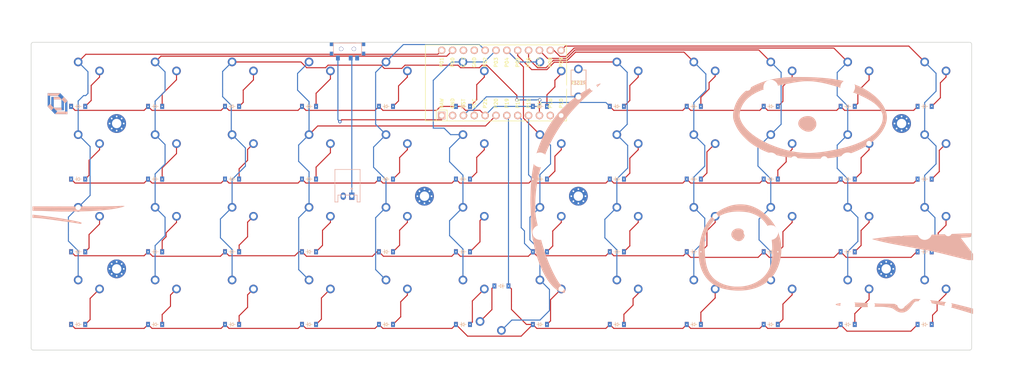
<source format=kicad_pcb>
(kicad_pcb (version 20210722) (generator pcbnew)
  (title_block (title "KEYBOARD_NAME_HERE") (rev "VERSION_HERE") (company "YOUR_NAME_HERE"))
  (layers (0 "F.Cu" signal) (31 "B.Cu" signal) (34 "B.Paste" user) (35 "F.Paste" user) (36 "B.SilkS" user "B.Silkscreen") (37 "F.SilkS" user "F.Silkscreen") (38 "B.Mask" user) (39 "F.Mask" user) (44 "Edge.Cuts" user))
  (net 0 "")
  (net 1 "one_modrow")
  (net 2 "P1")
  (net 3 "P19")
  (net 4 "one_bottom")
  (net 5 "P18")
  (net 6 "one_home")
  (net 7 "P15")
  (net 8 "one_top")
  (net 9 "P21")
  (net 10 "two_modrow")
  (net 11 "P0")
  (net 12 "two_bottom")
  (net 13 "two_home")
  (net 14 "two_top")
  (net 15 "three_modrow")
  (net 16 "P14")
  (net 17 "three_bottom")
  (net 18 "three_home")
  (net 19 "three_top")
  (net 20 "four_modrow")
  (net 21 "P20")
  (net 22 "four_bottom")
  (net 23 "four_home")
  (net 24 "four_top")
  (net 25 "five_modrow")
  (net 26 "P2")
  (net 27 "five_bottom")
  (net 28 "five_home")
  (net 29 "five_top")
  (net 30 "six_modrow")
  (net 31 "P3")
  (net 32 "six_bottom")
  (net 33 "six_home")
  (net 34 "six_top")
  (net 35 "seven_2uspacebar")
  (net 36 "P4")
  (net 37 "seven_modrow")
  (net 38 "seven_bottom")
  (net 39 "seven_home")
  (net 40 "seven_top")
  (net 41 "eight_modrow")
  (net 42 "P5")
  (net 43 "eight_bottom")
  (net 44 "eight_home")
  (net 45 "eight_top")
  (net 46 "nine_modrow")
  (net 47 "P6")
  (net 48 "nine_bottom")
  (net 49 "nine_home")
  (net 50 "nine_top")
  (net 51 "ten_modrow")
  (net 52 "P7")
  (net 53 "ten_bottom")
  (net 54 "ten_home")
  (net 55 "ten_top")
  (net 56 "eleven_modrow")
  (net 57 "P8")
  (net 58 "eleven_bottom")
  (net 59 "eleven_home")
  (net 60 "eleven_top")
  (net 61 "twelve_modrow")
  (net 62 "P9")
  (net 63 "twelve_bottom")
  (net 64 "twelve_home")
  (net 65 "twelve_top")
  (net 66 "RAW")
  (net 67 "GND")
  (net 68 "RST")
  (net 69 "VCC")
  (net 70 "P16")
  (net 71 "P10")
  (net 72 "BAT")
  (footprint "E73:SPDT_C128955" (layer "F.Cu") (at 63 -76.95)
    (fp_text reference "T1" hide)
    (fp_text value "" hide)
  )
  (footprint "PG1350" (layer "F.Cu") (at 162 -51)
    (fp_text reference "S40" hide)
    (fp_text value "" hide)
  )
  (footprint "PG1350" (layer "F.Cu") (at 72 -68)
    (fp_text reference "S20" hide)
    (fp_text value "" hide)
  )
  (footprint "ComboDiode" (layer "F.Cu") (at 108 -46.5)
    (fp_text reference "D28" hide)
    (fp_text value "" hide)
  )
  (footprint "ComboDiode" (layer "F.Cu") (at 144 -46.5)
    (fp_text reference "D36" hide)
    (fp_text value "" hide)
  )
  (footprint "ComboDiode" (layer "F.Cu") (at 72 -29.5)
    (fp_text reference "D18" hide)
    (fp_text value "" hide)
  )
  (footprint "PG1350" (layer "F.Cu") (at 126 -68)
    (fp_text reference "S33" hide)
    (fp_text value "" hide)
  )
  (footprint "ComboDiode" (layer "F.Cu") (at 180 -29.5)
    (fp_text reference "D43" hide)
    (fp_text value "" hide)
  )
  (footprint "PG1350" (layer "F.Cu") (at 0 -68)
    (fp_text reference "S4" hide)
    (fp_text value "" hide)
  )
  (footprint "ComboDiode" (layer "F.Cu") (at 54 -12.5)
    (fp_text reference "D13" hide)
    (fp_text value "" hide)
  )
  (footprint "ComboDiode" (layer "F.Cu") (at 90 -46.5)
    (fp_text reference "D23" hide)
    (fp_text value "" hide)
  )
  (footprint "PG1350" (layer "F.Cu") (at 72 -17)
    (fp_text reference "S17" hide)
    (fp_text value "" hide)
  )
  (footprint "PG1350" (layer "F.Cu") (at 126 -17)
    (fp_text reference "S30" hide)
    (fp_text value "" hide)
  )
  (footprint "ComboDiode" (layer "F.Cu") (at 36 -29.5)
    (fp_text reference "D10" hide)
    (fp_text value "" hide)
  )
  (footprint "MountingHole_2.2mm_M2_Pad_Via" (layer "F.Cu") (at 189 -25.5)
    (fp_text reference "HOLE2" hide)
    (fp_text value "")
  )
  (footprint "PG1350" (layer "F.Cu") (at 18 -17)
    (fp_text reference "S5" hide)
    (fp_text value "" hide)
  )
  (footprint "PG1350" (layer "F.Cu") (at 198 -17)
    (fp_text reference "S46" hide)
    (fp_text value "" hide)
  )
  (footprint "PG1350" (layer "F.Cu") (at 36 -51)
    (fp_text reference "S11" hide)
    (fp_text value "" hide)
  )
  (footprint "ComboDiode" (layer "F.Cu") (at 54 -46.5)
    (fp_text reference "D15" hide)
    (fp_text value "" hide)
  )
  (footprint "PG1350" (layer "F.Cu") (at 72 -51)
    (fp_text reference "S19" hide)
    (fp_text value "" hide)
  )
  (footprint "PG1350" (layer "F.Cu") (at 198 -68)
    (fp_text reference "S49" hide)
    (fp_text value "" hide)
  )
  (footprint "ComboDiode" (layer "F.Cu") (at 108 -63.5)
    (fp_text reference "D29" hide)
    (fp_text value "" hide)
  )
  (footprint "PG1350" (layer "F.Cu") (at 90 -51)
    (fp_text reference "S23" hide)
    (fp_text value "" hide)
  )
  (footprint "ComboDiode" (layer "F.Cu") (at 99 -21.5 180)
    (fp_text reference "D25" hide)
    (fp_text value "" hide)
  )
  (footprint "PG1350" (layer "F.Cu") (at 144 -34)
    (fp_text reference "S35" hide)
    (fp_text value "" hide)
  )
  (footprint "ComboDiode" (layer "F.Cu") (at 0 -46.5)
    (fp_text reference "D3" hide)
    (fp_text value "" hide)
  )
  (footprint "ComboDiode" (layer "F.Cu") (at 72 -63.5)
    (fp_text reference "D20" hide)
    (fp_text value "" hide)
  )
  (footprint "PG1350" (layer "F.Cu") (at 36 -17)
    (fp_text reference "S9" hide)
    (fp_text value "" hide)
  )
  (footprint "PG1350" (layer "F.Cu") (at 144 -51)
    (fp_text reference "S36" hide)
    (fp_text value "" hide)
  )
  (footprint "PG1350" (layer "F.Cu") (at 180 -51)
    (fp_text reference "S44" hide)
    (fp_text value "" hide)
  )
  (footprint "PG1350" (layer "F.Cu") (at 54 -17)
    (fp_text reference "S13" hide)
    (fp_text value "" hide)
  )
  (footprint "PG1350" (layer "F.Cu") (at 72 -34)
    (fp_text reference "S18" hide)
    (fp_text value "" hide)
  )
  (footprint "PG1350" (layer "F.Cu") (at 180 -68)
    (fp_text reference "S45" hide)
    (fp_text value "" hide)
  )
  (footprint "PG1350" (layer "F.Cu") (at 90 -34)
    (fp_text reference "S22" hide)
    (fp_text value "" hide)
  )
  (footprint "ComboDiode" (layer "F.Cu") (at 126 -46.5)
    (fp_text reference "D32" hide)
    (fp_text value "" hide)
  )
  (footprint "ComboDiode" (layer "F.Cu") (at 54 -63.5)
    (fp_text reference "D16" hide)
    (fp_text value "" hide)
  )
  (footprint "ComboDiode" (layer "F.Cu") (at 54 -29.5)
    (fp_text reference "D14" hide)
    (fp_text value "" hide)
  )
  (footprint "ComboDiode" (layer "F.Cu") (at 162 -12.5)
    (fp_text reference "D38" hide)
    (fp_text value "" hide)
  )
  (footprint "PG1350" (layer "F.Cu") (at 162 -34)
    (fp_text reference "S39" hide)
    (fp_text value "" hide)
  )
  (footprint "ComboDiode" (layer "F.Cu") (at 198 -63.5)
    (fp_text reference "D49" hide)
    (fp_text value "" hide)
  )
  (footprint "PG1350" (layer "F.Cu") (at 90 -68)
    (fp_text reference "S24" hide)
    (fp_text value "" hide)
  )
  (footprint "LOGO" (layer "F.Cu") (at 99.314 -46.50534)
    (fp_text reference "G***" hide)
    (fp_text value "LOGO" hide)
  )
  (footprint "ComboDiode" (layer "F.Cu") (at 18 -63.5)
    (fp_text reference "D8" hide)
    (fp_text value "" hide)
  )
  (footprint "ComboDiode" (layer "F.Cu") (at 36 -12.5)
    (fp_text reference "D9" hide)
    (fp_text value "" hide)
  )
  (footprint "PG1350" (layer "F.Cu") (at 36 -68)
    (fp_text reference "S12" hide)
    (fp_text value "" hide)
  )
  (footprint "PG1350" (layer "F.Cu") (at 18 -51)
    (fp_text reference "S7" hide)
    (fp_text value "" hide)
  )
  (footprint "PG1350" (layer "F.Cu") (at 0 -51)
    (fp_text reference "S3" hide)
    (fp_text value "" hide)
  )
  (footprint "PG1350" (layer "F.Cu") (at 18 -68)
    (fp_text reference "S8" hide)
    (fp_text value "" hide)
  )
  (footprint "ComboDiode" (layer "F.Cu") (at 198 -12.5)
    (fp_text reference "D46" hide)
    (fp_text value "" hide)
  )
  (footprint "ComboDiode" (layer "F.Cu") (at 36 -63.5)
    (fp_text reference "D12" hide)
    (fp_text value "" hide)
  )
  (footprint "PG1350" (layer "F.Cu") (at 198 -34)
    (fp_text reference "S47" hide)
    (fp_text value "" hide)
  )
  (footprint "ComboDiode" (layer "F.Cu") (at 0 -63.5)
    (fp_text reference "D4" hide)
    (fp_text value "" hide)
  )
  (footprint "ComboDiode" (layer "F.Cu") (at 180 -46.5)
    (fp_text reference "D44" hide)
    (fp_text value "" hide)
  )
  (footprint "MountingHole_2.2mm_M2_Pad_Via" (layer "F.Cu") (at 117 -42.5)
    (fp_text reference "HOLE3" hide)
    (fp_text value "")
  )
  (footprint "PG1350" (layer "F.Cu") (at 180 -34)
    (fp_text reference "S43" hide)
    (fp_text value "" hide)
  )
  (footprint "PG1350" (layer "F.Cu") (at 54 -51)
    (fp_text reference "S15" hide)
    (fp_text value "" hide)
  )
  (footprint "PG1350" (layer "F.Cu") (at 108 -68)
    (fp_text reference "S29" hide)
    (fp_text value "" hide)
  )
  (footprint "MountingHole_2.2mm_M2_Pad_Via" (layer "F.Cu") (at 9 -59.5)
    (fp_text reference "HOLE5" hide)
    (fp_text value "")
  )
  (footprint "ComboDiode" (layer "F.Cu") (at 126 -63.5)
    (fp_text reference "D33" hide)
    (fp_text value "" hide)
  )
  (footprint "ComboDiode" (layer "F.Cu") (at 198 -29.5)
    (fp_text reference "D47" hide)
    (fp_text value "" hide)
  )
  (footprint "ProMicro" (layer "F.Cu") (at 99 -69)
    (fp_text reference "MCU1" hide)
    (fp_text value "" hide)
  )
  (footprint "ComboDiode" (layer "F.Cu") (at 18 -46.5)
    (fp_text reference "D7" hide)
    (fp_text value "" hide)
  )
  (footprint "ComboDiode" (layer "F.Cu") (at 0 -12.5)
    (fp_text reference "D1" hide)
    (fp_text value "" hide)
  )
  (footprint "ComboDiode" (layer "F.Cu") (at 108 -29.5)
    (fp_text reference "D27" hide)
    (fp_text value "" hide)
  )
  (footprint "ComboDiode" (layer "F.Cu") (at 162 -46.5)
    (fp_text reference "D40" hide)
    (fp_text value "" hide)
  )
  (footprint "LOGO" (layer "F.Cu") (at -5.322177 -58.098052 -90)
    (fp_text reference "G***" hide)
    (fp_text value "LOGO" hide)
  )
  (footprint "PG1350" (layer "F.Cu") (at 108 -17)
    (fp_text reference "S26" hide)
    (fp_text value "" hide)
  )
  (footprint "ComboDiode" (layer "F.Cu") (at 126 -29.5)
    (fp_text reference "D31" hide)
    (fp_text value "" hide)
  )
  (footprint "ComboDiode" (layer "F.Cu") (at 36 -46.5)
    (fp_text reference "D11" hide)
    (fp_text value "" hide)
  )
  (footprint "ComboDiode" (layer "F.Cu") (at 162 -29.5)
    (fp_text reference "D39" hide)
    (fp_text value "" hide)
  )
  (footprint "ComboDiode" (layer "F.Cu") (at 18 -29.5)
    (fp_text reference "D6" hide)
    (fp_text value "" hide)
  )
  (footprint "PG1350" (layer "F.Cu") (at 0 -34)
    (fp_text reference "S2" hide)
    (fp_text value "" hide)
  )
  (footprint "ComboDiode" (layer "F.Cu") (at 90 -12.5)
    (fp_text reference "D21" hide)
    (fp_text value "" hide)
  )
  (footprint "ComboDiode" (layer "F.Cu") (at 162 -63.5)
    (fp_text reference "D41" hide)
    (fp_text value "" hide)
  )
  (footprint "ComboDiode" (layer "F.Cu") (at 126 -12.5)
    (fp_text reference "D30" hide)
    (fp_text value "" hide)
  )
  (footprint "ComboDiode" (layer "F.Cu") (at 180 -63.5)
    (fp_text reference "D45" hide)
    (fp_text value "" hide)
  )
  (footprint "PG1350" (layer "F.Cu") (at 108 -51)
    (fp_text reference "S28" hide)
    (fp_text value "" hide)
  )
  (footprint "PG1350" (layer "F.Cu") (at 99 -17 180)
    (fp_text reference "S25" hide)
    (fp_text value "" hide)
  )
  (footprint "ComboDiode" (layer "F.Cu") (at 18 -12.5)
    (fp_text reference "D5" hide)
    (fp_text value "" hide)
  )
  (footprint "ComboDiode" (layer "F.Cu") (at 0 -29.5)
    (fp_text reference "D2" hide)
    (fp_text value "" hide)
  )
  (footprint "PG1350" (layer "F.Cu") (at 108 -34)
    (fp_text reference "S27" hide)
    (fp_text value "" hide)
  )
  (footprint "PG1350" (layer "F.Cu") (at 126 -51)
    (fp_text reference "S32" hide)
    (fp_text value "" hide)
  )
  (footprint "PG1350" (layer "F.Cu") (at 144 -17)
    (fp_text reference "S34" hide)
    (fp_text value "" hide)
  )
  (footprint "PG1350" (layer "F.Cu") (at 162 -68)
    (fp_text reference "S41" hide)
    (fp_text value "" hide)
  )
  (footprint "PG1350" (layer "F.Cu") (at 0 -17)
    (fp_text reference "S1" hide)
    (fp_text value "" hide)
  )
  (footprint "TACT_SWITCH_TVBP06" (layer "F.Cu") (at 117 -69 -90)
    (fp_text reference "B1" hide)
    (fp_text value "SW_RST" hide)
  )
  (footprint "MountingHole_2.2mm_M2_Pad_Via" (layer "F.Cu") (at 81 -42.5)
    (fp_text reference "HOLE4" hide)
    (fp_text value "")
  )
  (footprint "PG1350" (layer "F.Cu") (at 54 -34)
    (fp_text reference "S14" hide)
    (fp_text value "" hide)
  )
  (footprint "PG1350" (layer "F.Cu") (at 144 -68)
    (fp_text reference "S37" hide)
    (fp_text value "" hide)
  )
  (footprint "ComboDiode" (layer "F.Cu") (at 90 -63.5)
    (fp_text reference "D24" hide)
    (fp_text value "" hide)
  )
  (footprint "MountingHole_2.2mm_M2_Pad_Via" (layer "F.Cu") (at 9 -25.5)
    (fp_text reference "HOLE6" hide)
    (fp_text value "")
  )
  (footprint "PG1350" (layer "F.Cu") (at 126 -34)
    (fp_text reference "S31" hide)
    (fp_text value "" hide)
  )
  (footprint "MountingHole_2.2mm_M2_Pad_Via" (layer "F.Cu") (at 192.6 -59.5)
    (fp_text reference "HOLE1" hide)
    (fp_text value "")
  )
  (footprint "LOGO" (layer "F.Cu") (at -5.322177 -58.098052 -90)
    (fp_text reference "G***" hide)
    (fp_text value "LOGO" hide)
  )
  (footprint "JST_PH_S2B-PH-K_02x2.00mm_Angled" (layer "F.Cu") (at 63 -42.5 180)
    (fp_text reference "JST1" hide)
    (fp_text value "" hide)
  )
  (footprint "ComboDiode" (layer "F.Cu") (at 144 -29.5)
    (fp_text reference "D35" hide)
    (fp_text value "" hide)
  )
  (footprint "PG1350" (layer "F.Cu") (at 180 -17)
    (fp_text reference "S42" hide)
    (fp_text value "" hide)
  )
  (footprint "PG1350" (layer "F.Cu") (at 18 -34)
    (fp_text reference "S6" hide)
    (fp_text value "" hide)
  )
  (footprint "PG1350" (layer "F.Cu") (at 162 -17)
    (fp_text reference "S38" hide)
    (fp_text value "" hide)
  )
  (footprint "ComboDiode" (layer "F.Cu") (at 90 -29.5)
    (fp_text reference "D22" hide)
    (fp_text value "" hide)
  )
  (footprint "ComboDiode" (layer "F.Cu") (at 144 -12.5)
    (fp_text reference "D34" hide)
    (fp_text value "" hide)
  )
  (footprint "LOGO" (layer "F.Cu") (at -5.322177 -58.098052 -90)
    (fp_text reference "G***" hide)
    (fp_text value "LOGO" hide)
  )
  (footprint "PG1350" (layer "F.Cu") (at 54 -68)
    (fp_text reference "S16" hide)
    (fp_text value "" hide)
  )
  (footprint "ComboDiode" (layer "F.Cu") (at 144 -63.5)
    (fp_text reference "D37" hide)
    (fp_text value "" hide)
  )
  (footprint "PG1350" (layer "F.Cu") (at 90 -17)
    (fp_text reference "S21" hide)
    (fp_text value "" hide)
  )
  (footprint "ComboDiode" (layer "F.Cu") (at 72 -46.5)
    (fp_text reference "D19" hide)
    (fp_text value "" hide)
  )
  (footprint "PG1350" (layer "F.Cu") (at 198 -51)
    (fp_text reference "S48" hide)
    (fp_text value "" hide)
  )
  (footprint "ComboDiode" (layer "F.Cu") (at 108 -12.5)
    (fp_text reference "D26" hide)
    (fp_text value "" hide)
  )
  (footprint "ComboDiode" (layer "F.Cu") (at 198 -46.5)
    (fp_text reference "D48" hide)
    (fp_text value "" hide)
  )
  (footprint "PG1350" (layer "F.Cu") (at 36 -34)
    (fp_text reference "S10" hide)
    (fp_text value "" hide)
  )
  (footprint "ComboDiode" (layer "F.Cu") (at 72 -12.5)
    (fp_text reference "D17" hide)
    (fp_text value "" hide)
  )
  (footprint "ComboDiode" (layer "F.Cu") (at 180 -12.5)
    (fp_text reference "D42" hide)
    (fp_text value "" hide)
  )
  (gr_arc (start 208.5 -78) (end 209 -78) (angle -90) (layer "Edge.Cuts") (width 0.15))
  (gr_line (start -10.5 -78.5) (end 208.5 -78.5) (angle 90) (layer "Edge.Cuts") (width 0.15))
  (gr_line (start -11 -7) (end -11 -78) (angle 90) (layer "Edge.Cuts") (width 0.15))
  (gr_arc (start -10.5 -7) (end -11 -7) (angle -90) (layer "Edge.Cuts") (width 0.15))
  (gr_arc (start 208.5 -7) (end 208.5 -6.5) (angle -90) (layer "Edge.Cuts") (width 0.15))
  (gr_line (start 209 -7) (end 209 -78) (angle 90) (layer "Edge.Cuts") (width 0.15))
  (gr_line (start -10.5 -6.5) (end 208.5 -6.5) (angle 90) (layer "Edge.Cuts") (width 0.15))
  (gr_arc (start -10.5 -78) (end -10.5 -78.5) (angle -90) (layer "Edge.Cuts") (width 0.15))
  (segment (start 2.794 -18.594) (end 5 -20.8) (width 0.25) (layer "F.Cu") (net 1))
  (segment (start 2.794 -13.644) (end 2.794 -18.594) (width 0.25) (layer "F.Cu") (net 1))
  (segment (start 1.65 -12.5) (end 2.794 -13.644) (width 0.25) (layer "F.Cu") (net 1))
  (segment (start 0 -73.9) (end 1.792 -75.692) (width 0.25) (layer "F.Cu") (net 2))
  (segment (start 1.792 -75.692) (end 84.102 -75.692) (width 0.25) (layer "F.Cu") (net 2))
  (segment (start 84.102 -75.692) (end 85.03 -76.62) (width 0.25) (layer "F.Cu") (net 2))
  (segment (start -2.286 -32.004) (end 0 -29.718) (width 0.25) (layer "B.Cu") (net 2))
  (segment (start 2.286 -66.548) (end 2.286 -71.614) (width 0.25) (layer "B.Cu") (net 2))
  (segment (start -2.286 -37.614) (end -2.286 -32.004) (width 0.25) (layer "B.Cu") (net 2))
  (segment (start 1.771979 -66.033979) (end 2.286 -66.548) (width 0.25) (layer "B.Cu") (net 2))
  (segment (start 0 -56.9) (end 2.794 -54.106) (width 0.25) (layer "B.Cu") (net 2))
  (segment (start 0 -39.9) (end -2.286 -37.614) (width 0.25) (layer "B.Cu") (net 2))
  (segment (start 0 -64.77) (end 1.263979 -66.033979) (width 0.25) (layer "B.Cu") (net 2))
  (segment (start 0 -29.718) (end 0 -22.9) (width 0.25) (layer "B.Cu") (net 2))
  (segment (start 1.263979 -66.033979) (end 1.771979 -66.033979) (width 0.25) (layer "B.Cu") (net 2))
  (segment (start 0 -56.9) (end 0 -64.77) (width 0.25) (layer "B.Cu") (net 2))
  (segment (start 2.794 -54.106) (end 2.794 -42.694) (width 0.25) (layer "B.Cu") (net 2))
  (segment (start 2.794 -42.694) (end 0 -39.9) (width 0.25) (layer "B.Cu") (net 2))
  (segment (start 2.286 -71.614) (end 0 -73.9) (width 0.25) (layer "B.Cu") (net 2))
  (segment (start -1.65 -12.5) (end -0.725489 -11.575489) (width 0.25) (layer "F.Cu") (net 3))
  (segment (start 124.35 -12.5) (end 125.274511 -11.575489) (width 0.25) (layer "F.Cu") (net 3))
  (segment (start 106.35 -12.5) (end 104.852926 -12.5) (width 0.25) (layer "F.Cu") (net 3))
  (segment (start 104.852926 -12.5) (end 101.346 -16.006926) (width 0.25) (layer "F.Cu") (net 3))
  (segment (start 177.425489 -11.575489) (end 161.274511 -11.575489) (width 0.25) (layer "F.Cu") (net 3))
  (segment (start 69.425489 -11.575489) (end 70.35 -12.5) (width 0.25) (layer "F.Cu") (net 3))
  (segment (start 101.346 -16.006926) (end 101.346 -20.804) (width 0.25) (layer "F.Cu") (net 3))
  (segment (start 142.35 -12.5) (end 143.274511 -11.575489) (width 0.25) (layer "F.Cu") (net 3))
  (segment (start 194.772 -10.922) (end 179.832 -10.922) (width 0.25) (layer "F.Cu") (net 3))
  (segment (start 178.35 -12.5) (end 177.425489 -11.575489) (width 0.25) (layer "F.Cu") (net 3))
  (segment (start 70.35 -12.5) (end 71.274511 -11.575489) (width 0.25) (layer "F.Cu") (net 3))
  (segment (start 53.274511 -11.575489) (end 69.425489 -11.575489) (width 0.25) (layer "F.Cu") (net 3))
  (segment (start 103.609489 -9.759489) (end 106.35 -12.5) (width 0.25) (layer "F.Cu") (net 3))
  (segment (start 33.425489 -11.575489) (end 34.35 -12.5) (width 0.25) (layer "F.Cu") (net 3))
  (segment (start 71.274511 -11.575489) (end 87.425489 -11.575489) (width 0.25) (layer "F.Cu") (net 3))
  (segment (start 91.090511 -9.759489) (end 103.609489 -9.759489) (width 0.25) (layer "F.Cu") (net 3))
  (segment (start 51.425489 -11.575489) (end 52.35 -12.5) (width 0.25) (layer "F.Cu") (net 3))
  (segment (start 159.425489 -11.575489) (end 160.35 -12.5) (width 0.25) (layer "F.Cu") (net 3))
  (segment (start -0.725489 -11.575489) (end 15.425489 -11.575489) (width 0.25) (layer "F.Cu") (net 3))
  (segment (start 88.35 -12.5) (end 91.090511 -9.759489) (width 0.25) (layer "F.Cu") (net 3))
  (segment (start 35.274511 -11.575489) (end 51.425489 -11.575489) (width 0.25) (layer "F.Cu") (net 3))
  (segment (start 179.832 -10.922) (end 178.35 -12.404) (width 0.25) (layer "F.Cu") (net 3))
  (segment (start 52.35 -12.5) (end 53.274511 -11.575489) (width 0.25) (layer "F.Cu") (net 3))
  (segment (start 107.274511 -11.575489) (end 123.425489 -11.575489) (width 0.25) (layer "F.Cu") (net 3))
  (segment (start 106.35 -12.5) (end 107.274511 -11.575489) (width 0.25) (layer "F.Cu") (net 3))
  (segment (start 34.35 -12.5) (end 35.274511 -11.575489) (width 0.25) (layer "F.Cu") (net 3))
  (segment (start 125.274511 -11.575489) (end 141.425489 -11.575489) (width 0.25) (layer "F.Cu") (net 3))
  (segment (start 143.274511 -11.575489) (end 159.425489 -11.575489) (width 0.25) (layer "F.Cu") (net 3))
  (segment (start 17.274511 -11.575489) (end 33.425489 -11.575489) (width 0.25) (layer "F.Cu") (net 3))
  (segment (start 196.35 -12.5) (end 194.772 -10.922) (width 0.25) (layer "F.Cu") (net 3))
  (segment (start 161.274511 -11.575489) (end 160.35 -12.5) (width 0.25) (layer "F.Cu") (net 3))
  (segment (start 101.346 -20.804) (end 100.65 -21.5) (width 0.25) (layer "F.Cu") (net 3))
  (segment (start 178.35 -12.404) (end 178.35 -12.5) (width 0.25) (layer "F.Cu") (net 3))
  (segment (start 123.425489 -11.575489) (end 124.35 -12.5) (width 0.25) (layer "F.Cu") (net 3))
  (segment (start 16.35 -12.5) (end 17.274511 -11.575489) (width 0.25) (layer "F.Cu") (net 3))
  (segment (start 15.425489 -11.575489) (end 16.35 -12.5) (width 0.25) (layer "F.Cu") (net 3))
  (segment (start 141.425489 -11.575489) (end 142.35 -12.5) (width 0.25) (layer "F.Cu") (net 3))
  (segment (start 87.425489 -11.575489) (end 88.35 -12.5) (width 0.25) (layer "F.Cu") (net 3))
  (segment (start 100.65 -61) (end 100.27 -61.38) (width 0.25) (layer "B.Cu") (net 3))
  (segment (start 100.65 -21.5) (end 100.65 -61) (width 0.25) (layer "B.Cu") (net 3))
  (segment (start 2.54 -30.39) (end 1.65 -29.5) (width 0.25) (layer "F.Cu") (net 4))
  (segment (start 5 -37.8) (end 5 -35.988) (width 0.25) (layer "F.Cu") (net 4))
  (segment (start 5 -35.988) (end 2.54 -33.528) (width 0.25) (layer "F.Cu") (net 4))
  (segment (start 2.54 -33.528) (end 2.54 -30.39) (width 0.25) (layer "F.Cu") (net 4))
  (segment (start 125.274511 -28.575489) (end 124.35 -29.5) (width 0.25) (layer "F.Cu") (net 5))
  (segment (start 123.425489 -28.575489) (end 107.274511 -28.575489) (width 0.25) (layer "F.Cu") (net 5))
  (segment (start 194.818 -28.194) (end 179.656 -28.194) (width 0.25) (layer "F.Cu") (net 5))
  (segment (start 143.256 -28.194) (end 142.35 -29.1) (width 0.25) (layer "F.Cu") (net 5))
  (segment (start -0.725489 -28.575489) (end -1.65 -29.5) (width 0.25) (layer "F.Cu") (net 5))
  (segment (start 34.35 -29.5) (end 34.326 -29.5) (width 0.25) (layer "F.Cu") (net 5))
  (segment (start 178.35 -29.5) (end 178.09 -29.5) (width 0.25) (layer "F.Cu") (net 5))
  (segment (start 88.35 -29.5) (end 88.35 -29.422) (width 0.25) (layer "F.Cu") (net 5))
  (segment (start 88.35 -29.422) (end 87.376 -28.448) (width 0.25) (layer "F.Cu") (net 5))
  (segment (start 142.35 -29.35) (end 141.575489 -28.575489) (width 0.25) (layer "F.Cu") (net 5))
  (segment (start 159.044 -28.194) (end 143.256 -28.194) (width 0.25) (layer "F.Cu") (net 5))
  (segment (start 16.35 -29.5) (end 15.425489 -28.575489) (width 0.25) (layer "F.Cu") (net 5))
  (segment (start 71.402 -28.448) (end 70.35 -29.5) (width 0.25) (layer "F.Cu") (net 5))
  (segment (start 176.784 -28.194) (end 161.656 -28.194) (width 0.25) (layer "F.Cu") (net 5))
  (segment (start 69.886 -29.5) (end 68.834 -28.448) (width 0.25) (layer "F.Cu") (net 5))
  (segment (start 50.673489 -28.575489) (end 35.274511 -28.575489) (width 0.25) (layer "F.Cu") (net 5))
  (segment (start 178.09 -29.5) (end 176.784 -28.194) (width 0.25) (layer "F.Cu") (net 5))
  (segment (start 196.35 -29.5) (end 196.124 -29.5) (width 0.25) (layer "F.Cu") (net 5))
  (segment (start 105.298 -28.448) (end 89.402 -28.448) (width 0.25) (layer "F.Cu") (net 5))
  (segment (start 89.402 -28.448) (end 88.35 -29.5) (width 0.25) (layer "F.Cu") (net 5))
  (segment (start 35.274511 -28.575489) (end 34.35 -29.5) (width 0.25) (layer "F.Cu") (net 5))
  (segment (start 17.402 -28.448) (end 16.35 -29.5) (width 0.25) (layer "F.Cu") (net 5))
  (segment (start 142.35 -29.1) (end 142.35 -29.5) (width 0.25) (layer "F.Cu") (net 5))
  (segment (start 51.598 -29.5) (end 50.673489 -28.575489) (width 0.25) (layer "F.Cu") (net 5))
  (segment (start 160.35 -29.5) (end 159.044 -28.194) (width 0.25) (layer "F.Cu") (net 5))
  (segment (start 141.575489 -28.575489) (end 125.274511 -28.575489) (width 0.25) (layer "F.Cu") (net 5))
  (segment (start 196.124 -29.5) (end 194.818 -28.194) (width 0.25) (layer "F.Cu") (net 5))
  (segment (start 179.656 -28.194) (end 178.35 -29.5) (width 0.25) (layer "F.Cu") (net 5))
  (segment (start 34.326 -29.5) (end 33.274 -28.448) (width 0.25) (layer "F.Cu") (net 5))
  (segment (start 53.402 -28.448) (end 52.35 -29.5) (width 0.25) (layer "F.Cu") (net 5))
  (segment (start 52.35 -29.5) (end 51.598 -29.5) (width 0.25) (layer "F.Cu") (net 5))
  (segment (start 15.425489 -28.575489) (end -0.725489 -28.575489) (width 0.25) (layer "F.Cu") (net 5))
  (segment (start 87.376 -28.448) (end 71.402 -28.448) (width 0.25) (layer "F.Cu") (net 5))
  (segment (start 107.274511 -28.575489) (end 106.35 -29.5) (width 0.25) (layer "F.Cu") (net 5))
  (segment (start 142.35 -29.5) (end 142.35 -29.35) (width 0.25) (layer "F.Cu") (net 5))
  (segment (start 124.35 -29.5) (end 123.425489 -28.575489) (width 0.25) (layer "F.Cu") (net 5))
  (segment (start 33.274 -28.448) (end 17.402 -28.448) (width 0.25) (layer "F.Cu") (net 5))
  (segment (start 161.656 -28.194) (end 160.35 -29.5) (width 0.25) (layer "F.Cu") (net 5))
  (segment (start 70.35 -29.5) (end 69.886 -29.5) (width 0.25) (layer "F.Cu") (net 5))
  (segment (start 106.35 -29.5) (end 105.298 -28.448) (width 0.25) (layer "F.Cu") (net 5))
  (segment (start 68.834 -28.448) (end 53.402 -28.448) (width 0.25) (layer "F.Cu") (net 5))
  (segment (start 104.394 -31.456) (end 104.394 -34.368834) (width 0.25) (layer "B.Cu") (net 5))
  (segment (start 106.35 -29.5) (end 104.394 -31.456) (width 0.25) (layer "B.Cu") (net 5))
  (segment (start 103.632 -60.558) (end 102.81 -61.38) (width 0.25) (layer "B.Cu") (net 5))
  (segment (start 103.632 -35.130834) (end 103.632 -60.558) (width 0.25) (layer "B.Cu") (net 5))
  (segment (start 104.394 -34.368834) (end 103.632 -35.130834) (width 0.25) (layer "B.Cu") (net 5))
  (segment (start 5 -53.36316) (end 2.54 -50.90316) (width 0.25) (layer "F.Cu") (net 6))
  (segment (start 2.54 -50.90316) (end 2.54 -47.39) (width 0.25) (layer "F.Cu") (net 6))
  (segment (start 5 -54.8) (end 5 -53.36316) (width 0.25) (layer "F.Cu") (net 6))
  (segment (start 2.54 -47.39) (end 1.65 -46.5) (width 0.25) (layer "F.Cu") (net 6))
  (segment (start 71.274511 -45.575489) (end 87.425489 -45.575489) (width 0.25) (layer "F.Cu") (net 7))
  (segment (start 178.35 -46.5) (end 179.274511 -45.575489) (width 0.25) (layer "F.Cu") (net 7))
  (segment (start 123.425489 -45.575489) (end 124.35 -46.5) (width 0.25) (layer "F.Cu") (net 7))
  (segment (start 143.274511 -45.575489) (end 159.425489 -45.575489) (width 0.25) (layer "F.Cu") (net 7))
  (segment (start 87.425489 -45.575489) (end 88.35 -46.5) (width 0.25) (layer "F.Cu") (net 7))
  (segment (start 52.35 -46.5) (end 53.274511 -45.575489) (width 0.25) (layer "F.Cu") (net 7))
  (segment (start 179.274511 -45.575489) (end 195.425489 -45.575489) (width 0.25) (layer "F.Cu") (net 7))
  (segment (start 34.35 -46.5) (end 35.274511 -45.575489) (width 0.25) (layer "F.Cu") (net 7))
  (segment (start 51.425489 -45.575489) (end 52.35 -46.5) (width 0.25) (layer "F.Cu") (net 7))
  (segment (start 15.425489 -45.575489) (end 16.35 -46.5) (width 0.25) (layer "F.Cu") (net 7))
  (segment (start 141.425489 -45.575489) (end 142.35 -46.5) (width 0.25) (layer "F.Cu") (net 7))
  (segment (start 107.274511 -45.575489) (end 123.425489 -45.575489) (width 0.25) (layer "F.Cu") (net 7))
  (segment (start 160.35 -46.5) (end 161.274511 -45.575489) (width 0.25) (layer "F.Cu") (net 7))
  (segment (start 17.274511 -45.575489) (end 33.425489 -45.575489) (width 0.25) (layer "F.Cu") (net 7))
  (segment (start 88.35 -46.5) (end 89.274511 -45.575489) (width 0.25) (layer "F.Cu") (net 7))
  (segment (start -0.725489 -45.575489) (end 15.425489 -45.575489) (width 0.25) (layer "F.Cu") (net 7))
  (segment (start 195.425489 -45.575489) (end 196.35 -46.5) (width 0.25) (layer "F.Cu") (net 7))
  (segment (start 161.274511 -45.575489) (end 177.425489 -45.575489) (width 0.25) (layer "F.Cu") (net 7))
  (segment (start 159.425489 -45.575489) (end 160.35 -46.5) (width 0.25) (layer "F.Cu") (net 7))
  (segment (start 35.274511 -45.575489) (end 51.425489 -45.575489) (width 0.25) (layer "F.Cu") (net 7))
  (segment (start 33.425489 -45.575489) (end 34.35 -46.5) (width 0.25) (layer "F.Cu") (net 7))
  (segment (start 106.35 -46.5) (end 107.274511 -45.575489) (width 0.25) (layer "F.Cu") (net 7))
  (segment (start 89.274511 -45.575489) (end 105.425489 -45.575489) (width 0.25) (layer "F.Cu") (net 7))
  (segment (start 142.35 -46.5) (end 143.274511 -45.575489) (width 0.25) (layer "F.Cu") (net 7))
  (segment (start 124.35 -46.5) (end 125.274511 -45.575489) (width 0.25) (layer "F.Cu") (net 7))
  (segment (start 70.35 -46.5) (end 71.274511 -45.575489) (width 0.25) (layer "F.Cu") (net 7))
  (segment (start -1.65 -46.5) (end -0.725489 -45.575489) (width 0.25) (layer "F.Cu") (net 7))
  (segment (start 53.274511 -45.575489) (end 69.425489 -45.575489) (width 0.25) (layer "F.Cu") (net 7))
  (segment (start 125.274511 -45.575489) (end 141.425489 -45.575489) (width 0.25) (layer "F.Cu") (net 7))
  (segment (start 69.425489 -45.575489) (end 70.35 -46.5) (width 0.25) (layer "F.Cu") (net 7))
  (segment (start 105.425489 -45.575489) (end 106.35 -46.5) (width 0.25) (layer "F.Cu") (net 7))
  (segment (start 16.35 -46.5) (end 17.274511 -45.575489) (width 0.25) (layer "F.Cu") (net 7))
  (segment (start 177.425489 -45.575489) (end 178.35 -46.5) (width 0.25) (layer "F.Cu") (net 7))
  (segment (start 105.35 -47.5) (end 106.35 -46.5) (width 0.25) (layer "B.Cu") (net 7))
  (segment (start 105.35 -61.38) (end 105.35 -47.5) (width 0.25) (layer "B.Cu") (net 7))
  (segment (start 3.048 -68.41116) (end 3.048 -64.898) (width 0.25) (layer "F.Cu") (net 8))
  (segment (start 5 -71.8) (end 5 -70.36316) (width 0.25) (layer "F.Cu") (net 8))
  (segment (start 5 -70.36316) (end 3.048 -68.41116) (width 0.25) (layer "F.Cu") (net 8))
  (segment (start 3.048 -64.898) (end 1.65 -63.5) (width 0.25) (layer "F.Cu") (net 8))
  (segment (start 34.35 -63.5) (end 35.274511 -62.575489) (width 0.25) (layer "F.Cu") (net 9))
  (segment (start 33.425489 -62.575489) (end 34.35 -63.5) (width 0.25) (layer "F.Cu") (net 9))
  (segment (start 195.425489 -62.575489) (end 196.35 -63.5) (width 0.25) (layer "F.Cu") (net 9))
  (segment (start 125.274511 -62.575489) (end 141.425489 -62.575489) (width 0.25) (layer "F.Cu") (net 9))
  (segment (start 124.35 -63.5) (end 125.274511 -62.575489) (width 0.25) (layer "F.Cu") (net 9))
  (segment (start 15.425489 -62.575489) (end 16.35 -63.5) (width 0.25) (layer "F.Cu") (net 9))
  (segment (start 161.274511 -62.575489) (end 177.425489 -62.575489) (width 0.25) (layer "F.Cu") (net 9))
  (segment (start 159.425489 -62.575489) (end 160.35 -63.5) (width 0.25) (layer "F.Cu") (net 9))
  (segment (start 84.7537 -63.5) (end 88.35 -63.5) (width 0.25) (layer "F.Cu") (net 9))
  (segment (start 92.429833 -62.580811) (end 92.424511 -62.575489) (width 0.25) (layer "F.Cu") (net 9))
  (segment (start 17.274511 -62.575489) (end 33.425489 -62.575489) (width 0.25) (layer "F.Cu") (net 9))
  (segment (start 92.424511 -62.575489) (end 90.612715 -62.575489) (width 0.25) (layer "F.Cu") (net 9))
  (segment (start 95.19 -61.38) (end 93.989189 -62.580811) (width 0.25) (layer "F.Cu") (net 9))
  (segment (start 160.35 -63.5) (end 161.274511 -62.575489) (width 0.25) (layer "F.Cu") (net 9))
  (segment (start 177.425489 -62.575489) (end 178.35 -63.5) (width 0.25) (layer "F.Cu") (net 9))
  (segment (start 178.35 -63.5) (end 179.274511 -62.575489) (width 0.25) (layer "F.Cu") (net 9))
  (segment (start 16.35 -63.5) (end 17.274511 -62.575489) (width 0.25) (layer "F.Cu") (net 9))
  (segment (start 141.425489 -62.575489) (end 142.35 -63.5) (width 0.25) (layer "F.Cu") (net 9))
  (segment (start 89.688204 -63.5) (end 88.35 -63.5) (width 0.25) (layer "F.Cu") (net 9))
  (segment (start 70.35 -63.5) (end 71.274511 -62.575489) (width 0.25) (layer "F.Cu") (net 9))
  (segment (start 179.274511 -62.575489) (end 195.425489 -62.575489) (width 0.25) (layer "F.Cu") (net 9))
  (segment (start 69.425489 -62.575489) (end 70.35 -63.5) (width 0.25) (layer "F.Cu") (net 9))
  (segment (start 52.35 -63.5) (end 53.274511 -62.575489) (width 0.25) (layer "F.Cu") (net 9))
  (segment (start 90.612715 -62.575489) (end 89.688204 -63.5) (width 0.25) (layer "F.Cu") (net 9))
  (segment (start -1.65 -63.5) (end -0.725489 -62.575489) (width 0.25) (layer "F.Cu") (net 9))
  (segment (start 51.425489 -62.575489) (end 52.35 -63.5) (width 0.25) (layer "F.Cu") (net 9))
  (segment (start 93.989189 -62.580811) (end 92.429833 -62.580811) (width 0.25) (layer "F.Cu") (net 9))
  (segment (start -0.725489 -62.575489) (end 15.425489 -62.575489) (width 0.25) (layer "F.Cu") (net 9))
  (segment (start 143.274511 -62.575489) (end 159.425489 -62.575489) (width 0.25) (layer "F.Cu") (net 9))
  (segment (start 53.274511 -62.575489) (end 69.425489 -62.575489) (width 0.25) (layer "F.Cu") (net 9))
  (segment (start 71.274511 -62.575489) (end 83.829189 -62.575489) (width 0.25) (layer "F.Cu") (net 9))
  (segment (start 142.35 -63.5) (end 143.274511 -62.575489) (width 0.25) (layer "F.Cu") (net 9))
  (segment (start 35.274511 -62.575489) (end 51.425489 -62.575489) (width 0.25) (layer "F.Cu") (net 9))
  (segment (start 83.829189 -62.575489) (end 84.7537 -63.5) (width 0.25) (layer "F.Cu") (net 9))
  (segment (start 107.4506 -63.5) (end 106.35 -63.5) (width 0.25) (layer "B.Cu") (net 9))
  (segment (start 108.375111 -64.424511) (end 107.4506 -63.5) (width 0.25) (layer "B.Cu") (net 9))
  (segment (start 106.35 -63.5) (end 97.282 -63.5) (width 0.25) (layer "B.Cu") (net 9))
  (segment (start 123.425489 -64.424511) (end 108.375111 -64.424511) (width 0.25) (layer "B.Cu") (net 9))
  (segment (start 97.282 -63.5) (end 95.19 -61.408) (width 0.25) (layer "B.Cu") (net 9))
  (segment (start 95.19 -61.408) (end 95.19 -61.38) (width 0.25) (layer "B.Cu") (net 9))
  (segment (start 124.35 -63.5) (end 123.425489 -64.424511) (width 0.25) (layer "B.Cu") (net 9))
  (segment (start 21.59 -16.764) (end 21.59 -19.39) (width 0.25) (layer "F.Cu") (net 10))
  (segment (start 21.59 -19.39) (end 23 -20.8) (width 0.25) (layer "F.Cu") (net 10))
  (segment (start 19.65 -14.824) (end 21.59 -16.764) (width 0.25) (layer "F.Cu") (net 10))
  (segment (start 19.65 -12.5) (end 19.65 -14.824) (width 0.25) (layer "F.Cu") (net 10))
  (segment (start 86.19248 -75.24248) (end 87.57 -76.62) (width 0.25) (layer "F.Cu") (net 11))
  (segment (start 19.34248 -75.24248) (end 86.19248 -75.24248) (width 0.25) (layer "F.Cu") (net 11))
  (segment (start 18 -73.9) (end 19.34248 -75.24248) (width 0.25) (layer "F.Cu") (net 11))
  (segment (start 18 -64.736) (end 20.32 -67.056) (width 0.25) (layer "B.Cu") (net 11))
  (segment (start 20.32 -50.038) (end 20.32 -54.58) (width 0.25) (layer "B.Cu") (net 11))
  (segment (start 20.32 -54.58) (end 18 -56.9) (width 0.25) (layer "B.Cu") (net 11))
  (segment (start 20.32 -33.274) (end 20.32 -37.58) (width 0.25) (layer "B.Cu") (net 11))
  (segment (start 18 -56.9) (end 18 -64.736) (width 0.25) (layer "B.Cu") (net 11))
  (segment (start 18 -30.954) (end 20.32 -33.274) (width 0.25) (layer "B.Cu") (net 11))
  (segment (start 20.32 -67.056) (end 20.32 -71.58) (width 0.25) (layer "B.Cu") (net 11))
  (segment (start 18 -22.9) (end 18 -30.954) (width 0.25) (layer "B.Cu") (net 11))
  (segment (start 20.32 -37.58) (end 18 -39.9) (width 0.25) (layer "B.Cu") (net 11))
  (segment (start 18 -39.9) (end 18 -47.718) (width 0.25) (layer "B.Cu") (net 11))
  (segment (start 20.32 -71.58) (end 18 -73.9) (width 0.25) (layer "B.Cu") (net 11))
  (segment (start 18 -47.718) (end 20.32 -50.038) (width 0.25) (layer "B.Cu") (net 11))
  (segment (start 20.574 -33.93716) (end 20.574 -33.02) (width 0.25) (layer "F.Cu") (net 12))
  (segment (start 23 -36.36316) (end 20.574 -33.93716) (width 0.25) (layer "F.Cu") (net 12))
  (segment (start 20.574 -33.02) (end 19.65 -32.096) (width 0.25) (layer "F.Cu") (net 12))
  (segment (start 19.65 -32.096) (end 19.65 -29.5) (width 0.25) (layer "F.Cu") (net 12))
  (segment (start 23 -37.8) (end 23 -36.36316) (width 0.25) (layer "F.Cu") (net 12))
  (segment (start 19.65 -49.114) (end 19.65 -46.5) (width 0.25) (layer "F.Cu") (net 13))
  (segment (start 23 -54.8) (end 23 -52.464) (width 0.25) (layer "F.Cu") (net 13))
  (segment (start 23 -52.464) (end 19.65 -49.114) (width 0.25) (layer "F.Cu") (net 13))
  (segment (start 19.65 -66.386) (end 19.65 -63.5) (width 0.25) (layer "F.Cu") (net 14))
  (segment (start 23 -71.8) (end 23 -69.736) (width 0.25) (layer "F.Cu") (net 14))
  (segment (start 23 -69.736) (end 19.65 -66.386) (width 0.25) (layer "F.Cu") (net 14))
  (segment (start 37.65 -12.5) (end 37.65 -14.536) (width 0.25) (layer "F.Cu") (net 15))
  (segment (start 39.624 -19.424) (end 41 -20.8) (width 0.25) (layer "F.Cu") (net 15))
  (segment (start 37.65 -14.536) (end 39.624 -16.51) (width 0.25) (layer "F.Cu") (net 15))
  (segment (start 39.624 -16.51) (end 39.624 -19.424) (width 0.25) (layer "F.Cu") (net 15))
  (segment (start 102.362 -66.33377) (end 102.616 -66.07977) (width 0.25) (layer "F.Cu") (net 16))
  (segment (start 95.555259 -73.140511) (end 102.362 -66.33377) (width 0.25) (layer "F.Cu") (net 16))
  (segment (start 88.863719 -73.140511) (end 89.444741 -72.559489) (width 0.25) (layer "F.Cu") (net 16))
  (segment (start 52.10423 -73.9) (end 53.444741 -72.559489) (width 0.25) (layer "F.Cu") (net 16))
  (segment (start 71.61423 -72.39) (end 75.69423 -72.39) (width 0.25) (layer "F.Cu") (net 16))
  (segment (start 76.444741 -73.140511) (end 88.863719 -73.140511) (width 0.25) (layer "F.Cu") (net 16))
  (segment (start 57.863719 -72.559489) (end 58.444741 -73.140511) (width 0.25) (layer "F.Cu") (net 16))
  (segment (start 75.69423 -72.39) (end 76.444741 -73.140511) (width 0.25) (layer "F.Cu") (net 16))
  (segment (start 70.863719 -73.140511) (end 71.61423 -72.39) (width 0.25) (layer "F.Cu") (net 16))
  (segment (start 36 -73.9) (end 52.10423 -73.9) (width 0.25) (layer "F.Cu") (net 16))
  (segment (start 102.616 -66.07977) (end 102.616 -65.024) (width 0.25) (layer "F.Cu") (net 16))
  (segment (start 53.444741 -72.559489) (end 57.863719 -72.559489) (width 0.25) (layer "F.Cu") (net 16))
  (segment (start 93.863719 -72.559489) (end 94.444741 -73.140511) (width 0.25) (layer "F.Cu") (net 16))
  (segment (start 94.444741 -73.140511) (end 95.555259 -73.140511) (width 0.25) (layer "F.Cu") (net 16))
  (segment (start 89.444741 -72.559489) (end 93.863719 -72.559489) (width 0.25) (layer "F.Cu") (net 16))
  (segment (start 107.95 -65.024) (end 107.89 -64.964) (width 0.25) (layer "F.Cu") (net 16))
  (segment (start 58.444741 -73.140511) (end 70.863719 -73.140511) (width 0.25) (layer "F.Cu") (net 16))
  (segment (start 107.89 -64.964) (end 107.89 -61.38) (width 0.25) (layer "F.Cu") (net 16))
  (via (at 107.95 -65.024) (size 0.8) (drill 0.4) (layers "F.Cu" "B.Cu") (net 16))
  (via (at 102.616 -65.024) (size 0.8) (drill 0.4) (layers "F.Cu" "B.Cu") (net 16))
  (segment (start 35.814 -63.754) (end 35.814 -55.88) (width 0.25) (layer "B.Cu") (net 16))
  (segment (start 39.116 -53.784) (end 39.116 -49.53) (width 0.25) (layer "B.Cu") (net 16))
  (segment (start 33.782 -65.786) (end 35.814 -63.754) (width 0.25) (layer "B.Cu") (net 16))
  (segment (start 36 -39.9) (end 33.274 -37.174) (width 0.25) (layer "B.Cu") (net 16))
  (segment (start 36 -30.04) (end 36 -22.9) (width 0.25) (layer "B.Cu") (net 16))
  (segment (start 33.274 -37.174) (end 33.274 -32.766) (width 0.25) (layer "B.Cu") (net 16))
  (segment (start 39.116 -49.53) (end 36 -46.414) (width 0.25) (layer "B.Cu") (net 16))
  (segment (start 102.616 -65.024) (end 107.95 -65.024) (width 0.25) (layer "B.Cu") (net 16))
  (segment (start 36 -56.9) (end 39.116 -53.784) (width 0.25) (layer "B.Cu") (net 16))
  (segment (start 36 -73.9) (end 33.782 -71.682) (width 0.25) (layer "B.Cu") (net 16))
  (segment (start 36 -56.066) (end 36 -56.9) (width 0.25) (layer "B.Cu") (net 16))
  (segment (start 36 -46.414) (end 36 -39.9) (width 0.25) (layer "B.Cu") (net 16))
  (segment (start 33.274 -32.766) (end 36 -30.04) (width 0.25) (layer "B.Cu") (net 16))
  (segment (start 35.814 -55.88) (end 36 -56.066) (width 0.25) (layer "B.Cu") (net 16))
  (segment (start 33.782 -71.682) (end 33.782 -65.786) (width 0.25) (layer "B.Cu") (net 16))
  (segment (start 41 -37.8) (end 39.624 -36.424) (width 0.25) (layer "F.Cu") (net 17))
  (segment (start 37.65 -31.046) (end 37.65 -29.5) (width 0.25) (layer "F.Cu") (net 17))
  (segment (start 39.624 -36.424) (end 39.624 -33.02) (width 0.25) (layer "F.Cu") (net 17))
  (segment (start 39.624 -33.02) (end 37.65 -31.046) (width 0.25) (layer "F.Cu") (net 17))
  (segment (start 39.624 -50.88558) (end 37.65 -48.91158) (width 0.25) (layer "F.Cu") (net 18))
  (segment (start 37.65 -48.91158) (end 37.65 -46.5) (width 0.25) (layer "F.Cu") (net 18))
  (segment (start 41 -54.8) (end 39.624 -53.424) (width 0.25) (layer "F.Cu") (net 18))
  (segment (start 39.624 -53.424) (end 39.624 -50.88558) (width 0.25) (layer "F.Cu") (net 18))
  (segment (start 41 -71.8) (end 41 -69.702) (width 0.25) (layer "F.Cu") (net 19))
  (segment (start 41 -69.702) (end 38.608 -67.31) (width 0.25) (layer "F.Cu") (net 19))
  (segment (start 38.608 -64.458) (end 37.65 -63.5) (width 0.25) (layer "F.Cu") (net 19))
  (segment (start 38.608 -67.31) (end 38.608 -64.458) (width 0.25) (layer "F.Cu") (net 19))
  (segment (start 56.896 -18.696) (end 59 -20.8) (width 0.25) (layer "F.Cu") (net 20))
  (segment (start 55.65 -12.5) (end 56.896 -13.746) (width 0.25) (layer "F.Cu") (net 20))
  (segment (start 56.896 -13.746) (end 56.896 -18.696) (width 0.25) (layer "F.Cu") (net 20))
  (segment (start 95.278 -58.928) (end 97.73 -61.38) (width 0.25) (layer "F.Cu") (net 21))
  (segment (start 54 -56.9) (end 56.028 -58.928) (width 0.25) (layer "F.Cu") (net 21))
  (segment (start 56.028 -58.928) (end 95.278 -58.928) (width 0.25) (layer "F.Cu") (net 21))
  (segment (start 51.562 -50.657625) (end 51.562 -54.462) (width 0.25) (layer "B.Cu") (net 21))
  (segment (start 51.575489 -25.324511) (end 51.575489 -37.475489) (width 0.25) (layer "B.Cu") (net 21))
  (segment (start 51.562 -54.462) (end 54 -56.9) (width 0.25) (layer "B.Cu") (net 21))
  (segment (start 51.308 -67.31) (end 51.308 -71.208) (width 0.25) (layer "B.Cu") (net 21))
  (segment (start 51.308 -71.208) (end 54 -73.9) (width 0.25) (layer "B.Cu") (net 21))
  (segment (start 54 -64.618) (end 51.308 -67.31) (width 0.25) (layer "B.Cu") (net 21))
  (segment (start 54 -39.9) (end 54 -48.219625) (width 0.25) (layer "B.Cu") (net 21))
  (segment (start 54 -22.9) (end 51.575489 -25.324511) (width 0.25) (layer "B.Cu") (net 21))
  (segment (start 51.575489 -37.475489) (end 54 -39.9) (width 0.25) (layer "B.Cu") (net 21))
  (segment (start 54 -56.9) (end 54 -64.618) (width 0.25) (layer "B.Cu") (net 21))
  (segment (start 54 -48.219625) (end 51.562 -50.657625) (width 0.25) (layer "B.Cu") (net 21))
  (segment (start 57.15 -34.51316) (end 57.15 -31) (width 0.25) (layer "F.Cu") (net 22))
  (segment (start 57.15 -31) (end 55.65 -29.5) (width 0.25) (layer "F.Cu") (net 22))
  (segment (start 59 -37.8) (end 59 -36.36316) (width 0.25) (layer "F.Cu") (net 22))
  (segment (start 59 -36.36316) (end 57.15 -34.51316) (width 0.25) (layer "F.Cu") (net 22))
  (segment (start 55.65 -49.3) (end 55.65 -46.5) (width 0.25) (layer "F.Cu") (net 23))
  (segment (start 59 -54.8) (end 59 -52.65) (width 0.25) (layer "F.Cu") (net 23))
  (segment (start 59 -52.65) (end 55.65 -49.3) (width 0.25) (layer "F.Cu") (net 23))
  (segment (start 59 -69.922) (end 55.65 -66.572) (width 0.25) (layer "F.Cu") (net 24))
  (segment (start 55.65 -66.572) (end 55.65 -63.5) (width 0.25) (layer "F.Cu") (net 24))
  (segment (start 59 -71.8) (end 59 -69.922) (width 0.25) (layer "F.Cu") (net 24))
  (segment (start 75.438 -17.80116) (end 77 -19.36316) (width 0.25) (layer "F.Cu") (net 25))
  (segment (start 73.65 -12.5) (end 75.438 -14.288) (width 0.25) (layer "F.Cu") (net 25))
  (segment (start 75.438 -14.288) (end 75.438 -17.80116) (width 0.25) (layer "F.Cu") (net 25))
  (segment (start 77 -19.36316) (end 77 -20.8) (width 0.25) (layer "F.Cu") (net 25))
  (segment (start 72 -56.9) (end 69.088 -53.988) (width 0.25) (layer "B.Cu") (net 26))
  (segment (start 72 -46.364) (end 72 -39.9) (width 0.25) (layer "B.Cu") (net 26))
  (segment (start 69.088 -49.276) (end 72 -46.364) (width 0.25) (layer "B.Cu") (net 26))
  (segment (start 76.078 -77.978) (end 72 -73.9) (width 0.25) (layer "B.Cu") (net 26))
  (segment (start 95.19 -76.62) (end 93.832 -77.978) (width 0.25) (layer "B.Cu") (net 26))
  (segment (start 69.575489 -71.475489) (end 69.575489 -59.324511) (width 0.25) (layer "B.Cu") (net 26))
  (segment (start 72 -39.9) (end 69.575489 -37.475489) (width 0.25) (layer "B.Cu") (net 26))
  (segment (start 93.832 -77.978) (end 76.078 -77.978) (width 0.25) (layer "B.Cu") (net 26))
  (segment (start 69.575489 -59.324511) (end 72 -56.9) (width 0.25) (layer "B.Cu") (net 26))
  (segment (start 69.088 -53.988) (end 69.088 -49.276) (width 0.25) (layer "B.Cu") (net 26))
  (segment (start 69.575489 -25.324511) (end 72 -22.9) (width 0.25) (layer "B.Cu") (net 26))
  (segment (start 69.575489 -37.475489) (end 69.575489 -25.324511) (width 0.25) (layer "B.Cu") (net 26))
  (segment (start 72 -73.9) (end 69.575489 -71.475489) (width 0.25) (layer "B.Cu") (net 26))
  (segment (start 77 -37.8) (end 77 -36.36316) (width 0.25) (layer "F.Cu") (net 27))
  (segment (start 75.184 -31.034) (end 73.65 -29.5) (width 0.25) (layer "F.Cu") (net 27))
  (segment (start 75.184 -34.54716) (end 75.184 -31.034) (width 0.25) (layer "F.Cu") (net 27))
  (segment (start 77 -36.36316) (end 75.184 -34.54716) (width 0.25) (layer "F.Cu") (net 27))
  (segment (start 77 -54.8) (end 77 -53.36316) (width 0.25) (layer "F.Cu") (net 28))
  (segment (start 75.184 -51.54716) (end 75.184 -48.034) (width 0.25) (layer "F.Cu") (net 28))
  (segment (start 77 -53.36316) (end 75.184 -51.54716) (width 0.25) (layer "F.Cu") (net 28))
  (segment (start 75.184 -48.034) (end 73.65 -46.5) (width 0.25) (layer "F.Cu") (net 28))
  (segment (start 77 -70.36316) (end 74.93 -68.29316) (width 0.25) (layer "F.Cu") (net 29))
  (segment (start 74.93 -68.29316) (end 74.93 -64.78) (width 0.25) (layer "F.Cu") (net 29))
  (segment (start 77 -71.8) (end 77 -70.36316) (width 0.25) (layer "F.Cu") (net 29))
  (segment (start 74.93 -64.78) (end 73.65 -63.5) (width 0.25) (layer "F.Cu") (net 29))
  (segment (start 92.202 -18.002) (end 95 -20.8) (width 0.25) (layer "F.Cu") (net 30))
  (segment (start 91.65 -12.5) (end 92.202 -13.052) (width 0.25) (layer "F.Cu") (net 30))
  (segment (start 92.202 -13.052) (end 92.202 -18.002) (width 0.25) (layer "F.Cu") (net 30))
  (segment (start 90 -73.9) (end 95.01 -73.9) (width 0.25) (layer "B.Cu") (net 31))
  (segment (start 90 -39.9) (end 90 -47.414) (width 0.25) (layer "B.Cu") (net 31))
  (segment (start 86.868 -33.274) (end 86.868 -36.768) (width 0.25) (layer "B.Cu") (net 31))
  (segment (start 90 -22.9) (end 90 -30.142) (width 0.25) (layer "B.Cu") (net 31))
  (segment (start 85.588378 -58.42) (end 83.058 -58.42) (width 0.25) (layer "B.Cu") (net 31))
  (segment (start 86.868 -36.768) (end 90 -39.9) (width 0.25) (layer "B.Cu") (net 31))
  (segment (start 83.058 -58.42) (end 83.058 -69.596) (width 0.25) (layer "B.Cu") (net 31))
  (segment (start 95.01 -73.9) (end 97.73 -76.62) (width 0.25) (layer "B.Cu") (net 31))
  (segment (start 86.868 -50.546) (end 86.868 -53.768) (width 0.25) (layer "B.Cu") (net 31))
  (segment (start 90 -56.9) (end 87.108378 -56.9) (width 0.25) (layer "B.Cu") (net 31))
  (segment (start 90 -47.414) (end 86.868 -50.546) (width 0.25) (layer "B.Cu") (net 31))
  (segment (start 86.868 -53.768) (end 90 -56.9) (width 0.25) (layer "B.Cu") (net 31))
  (segment (start 90 -30.142) (end 86.868 -33.274) (width 0.25) (layer "B.Cu") (net 31))
  (segment (start 87.362 -73.9) (end 90 -73.9) (width 0.25) (layer "B.Cu") (net 31))
  (segment (start 87.108378 -56.9) (end 85.588378 -58.42) (width 0.25) (layer "B.Cu") (net 31))
  (segment (start 83.058 -69.596) (end 87.362 -73.9) (width 0.25) (layer "B.Cu") (net 31))
  (segment (start 95 -37.8) (end 93.984001 -36.784001) (width 0.25) (layer "F.Cu") (net 32))
  (segment (start 93.984001 -36.784001) (end 93.984001 -31.834001) (width 0.25) (layer "F.Cu") (net 32))
  (segment (start 93.984001 -31.834001) (end 91.65 -29.5) (width 0.25) (layer "F.Cu") (net 32))
  (segment (start 93.218 -48.068) (end 91.65 -46.5) (width 0.25) (layer "F.Cu") (net 33))
  (segment (start 93.218 -51.58116) (end 93.218 -48.068) (width 0.25) (layer "F.Cu") (net 33))
  (segment (start 95 -53.36316) (end 93.218 -51.58116) (width 0.25) (layer "F.Cu") (net 33))
  (segment (start 95 -54.8) (end 95 -53.36316) (width 0.25) (layer "F.Cu") (net 33))
  (segment (start 95 -70.36316) (end 95 -71.8) (width 0.25) (layer "F.Cu") (net 34))
  (segment (start 91.65 -63.5) (end 93.218 -65.068) (width 0.25) (layer "F.Cu") (net 34))
  (segment (start 93.218 -65.068) (end 93.218 -68.58116) (width 0.25) (layer "F.Cu") (net 34))
  (segment (start 93.218 -68.58116) (end 95 -70.36316) (width 0.25) (layer "F.Cu") (net 34))
  (segment (start 96.774 -15.974) (end 96.774 -20.924) (width 0.25) (layer "F.Cu") (net 35))
  (segment (start 94 -13.2) (end 96.774 -15.974) (width 0.25) (layer "F.Cu") (net 35))
  (segment (start 96.774 -20.924) (end 97.35 -21.5) (width 0.25) (layer "F.Cu") (net 35))
  (segment (start 108 -56.9) (end 104.149189 -60.750811) (width 0.25) (layer "F.Cu") (net 36))
  (segment (start 104.149189 -72.740811) (end 100.27 -76.62) (width 0.25) (layer "F.Cu") (net 36))
  (segment (start 104.149189 -60.750811) (end 104.149189 -72.740811) (width 0.25) (layer "F.Cu") (net 36))
  (segment (start 99 -11.1) (end 101.423049 -13.523049) (width 0.25) (layer "B.Cu") (net 36))
  (segment (start 110.236 -15.748) (end 110.236 -20.664) (width 0.25) (layer "B.Cu") (net 36))
  (segment (start 100.27 -76.62) (end 102.99 -73.9) (width 0.25) (layer "B.Cu") (net 36))
  (segment (start 102.99 -73.9) (end 108 -73.9) (width 0.25) (layer "B.Cu") (net 36))
  (segment (start 105.664 -32.258) (end 105.664 -37.564) (width 0.25) (layer "B.Cu") (net 36))
  (segment (start 110.236 -20.664) (end 108 -22.9) (width 0.25) (layer "B.Cu") (net 36))
  (segment (start 110.49 -50.038) (end 110.49 -54.41) (width 0.25) (layer "B.Cu") (net 36))
  (segment (start 108.011049 -13.523049) (end 110.236 -15.748) (width 0.25) (layer "B.Cu") (net 36))
  (segment (start 108 -47.548) (end 110.49 -50.038) (width 0.25) (layer "B.Cu") (net 36))
  (segment (start 108 -39.9) (end 108 -47.548) (width 0.25) (layer "B.Cu") (net 36))
  (segment (start 105.664 -37.564) (end 108 -39.9) (width 0.25) (layer "B.Cu") (net 36))
  (segment (start 101.423049 -13.523049) (end 108.011049 -13.523049) (width 0.25) (layer "B.Cu") (net 36))
  (segment (start 110.49 -54.41) (end 108 -56.9) (width 0.25) (layer "B.Cu") (net 36))
  (segment (start 108 -29.922) (end 105.664 -32.258) (width 0.25) (layer "B.Cu") (net 36))
  (segment (start 108 -22.9) (end 108 -29.922) (width 0.25) (layer "B.Cu") (net 36))
  (segment (start 110.49 -18.29) (end 113 -20.8) (width 0.25) (layer "F.Cu") (net 37))
  (segment (start 110.49 -13.34) (end 110.49 -18.29) (width 0.25) (layer "F.Cu") (net 37))
  (segment (start 109.65 -12.5) (end 110.49 -13.34) (width 0.25) (layer "F.Cu") (net 37))
  (segment (start 110.998 -30.848) (end 109.65 -29.5) (width 0.25) (layer "F.Cu") (net 38))
  (segment (start 113 -36.36316) (end 110.998 -34.36116) (width 0.25) (layer "F.Cu") (net 38))
  (segment (start 113 -37.8) (end 113 -36.36316) (width 0.25) (layer "F.Cu") (net 38))
  (segment (start 110.998 -34.36116) (end 110.998 -30.848) (width 0.25) (layer "F.Cu") (net 38))
  (segment (start 113 -53.36316) (end 111.506 -51.86916) (width 0.25) (layer "F.Cu") (net 39))
  (segment (start 111.506 -51.86916) (end 111.506 -48.356) (width 0.25) (layer "F.Cu") (net 39))
  (segment (start 111.506 -48.356) (end 109.65 -46.5) (width 0.25) (layer "F.Cu") (net 39))
  (segment (start 113 -54.8) (end 113 -53.36316) (width 0.25) (layer "F.Cu") (net 39))
  (segment (start 109.65 -63.5) (end 109.65 -66.216) (width 0.25) (layer "F.Cu") (net 40))
  (segment (start 111.506 -69.626) (end 113 -71.12) (width 0.25) (layer "F.Cu") (net 40))
  (segment (start 109.65 -66.216) (end 111.506 -68.072) (width 0.25) (layer "F.Cu") (net 40))
  (segment (start 111.506 -68.072) (end 111.506 -69.626) (width 0.25) (layer "F.Cu") (net 40))
  (segment (start 113 -71.12) (end 113 -71.8) (width 0.25) (layer "F.Cu") (net 40))
  (segment (start 131 -19.748) (end 131 -20.8) (width 0.25) (layer "F.Cu") (net 41))
  (segment (start 129.794 -18.542) (end 131 -19.748) (width 0.25) (layer "F.Cu") (net 41))
  (segment (start 129.794 -17.018) (end 129.794 -18.542) (width 0.25) (layer "F.Cu") (net 41))
  (segment (start 127.65 -12.5) (end 127.65 -14.874) (width 0.25) (layer "F.Cu") (net 41))
  (segment (start 127.65 -14.874) (end 129.794 -17.018) (width 0.25) (layer "F.Cu") (net 41))
  (segment (start 111.359266 -73.83547) (end 114.604582 -73.83547) (width 0.25) (layer "F.Cu") (net 42))
  (segment (start 102.81 -76.62) (end 102.81 -75.380725) (width 0.25) (layer "F.Cu") (net 42))
  (segment (start 102.81 -75.380725) (end 106.080746 -72.109979) (width 0.25) (layer "F.Cu") (net 42))
  (segment (start 114.604582 -73.83547) (end 114.669112 -73.9) (width 0.25) (layer "F.Cu") (net 42))
  (segment (start 114.669112 -73.9) (end 126 -73.9) (width 0.25) (layer "F.Cu") (net 42))
  (segment (start 109.633775 -72.109979) (end 111.359266 -73.83547) (width 0.25) (layer "F.Cu") (net 42))
  (segment (start 106.080746 -72.109979) (end 109.633775 -72.109979) (width 0.25) (layer "F.Cu") (net 42))
  (segment (start 128.524 -54.376) (end 128.524 -49.073022) (width 0.25) (layer "B.Cu") (net 42))
  (segment (start 126 -29.956) (end 126 -22.9) (width 0.25) (layer "B.Cu") (net 42))
  (segment (start 128.424511 -59.324511) (end 126 -56.9) (width 0.25) (layer "B.Cu") (net 42))
  (segment (start 126 -56.9) (end 128.524 -54.376) (width 0.25) (layer "B.Cu") (net 42))
  (segment (start 128.424511 -71.475489) (end 128.424511 -59.324511) (width 0.25) (layer "B.Cu") (net 42))
  (segment (start 123.19 -37.09) (end 123.19 -32.766) (width 0.25) (layer "B.Cu") (net 42))
  (segment (start 126 -46.549022) (end 126 -39.9) (width 0.25) (layer "B.Cu") (net 42))
  (segment (start 123.19 -32.766) (end 126 -29.956) (width 0.25) (layer "B.Cu") (net 42))
  (segment (start 126 -73.9) (end 128.424511 -71.475489) (width 0.25) (layer "B.Cu") (net 42))
  (segment (start 128.524 -49.073022) (end 126 -46.549022) (width 0.25) (layer "B.Cu") (net 42))
  (segment (start 126 -39.9) (end 123.19 -37.09) (width 0.25) (layer "B.Cu") (net 42))
  (segment (start 129.032 -34.39516) (end 131 -36.36316) (width 0.25) (layer "F.Cu") (net 43))
  (segment (start 127.65 -29.5) (end 129.032 -30.882) (width 0.25) (layer "F.Cu") (net 43))
  (segment (start 131 -36.36316) (end 131 -37.8) (width 0.25) (layer "F.Cu") (net 43))
  (segment (start 129.032 -30.882) (end 129.032 -34.39516) (width 0.25) (layer "F.Cu") (net 43))
  (segment (start 129.032 -47.882) (end 127.65 -46.5) (width 0.25) (layer "F.Cu") (net 44))
  (segment (start 131 -53.36316) (end 129.032 -51.39516) (width 0.25) (layer "F.Cu") (net 44))
  (segment (start 131 -54.8) (end 131 -53.36316) (width 0.25) (layer "F.Cu") (net 44))
  (segment (start 129.032 -51.39516) (end 129.032 -47.882) (width 0.25) (layer "F.Cu") (net 44))
  (segment (start 127.65 -63.5) (end 129.032 -64.882) (width 0.25) (layer "F.Cu") (net 45))
  (segment (start 131 -70.36316) (end 131 -71.8) (width 0.25) (layer "F.Cu") (net 45))
  (segment (start 129.032 -68.39516) (end 131 -70.36316) (width 0.25) (layer "F.Cu") (net 45))
  (segment (start 129.032 -64.882) (end 129.032 -68.39516) (width 0.25) (layer "F.Cu") (net 45))
  (segment (start 145.65 -12.5) (end 145.65 -15.348) (width 0.25) (layer "F.Cu") (net 46))
  (segment (start 145.65 -15.348) (end 149 -18.698) (width 0.25) (layer "F.Cu") (net 46))
  (segment (start 149 -18.698) (end 149 -20.8) (width 0.25) (layer "F.Cu") (net 46))
  (segment (start 105.35 -74.65423) (end 107.444741 -72.559489) (width 0.25) (layer "F.Cu") (net 47))
  (segment (start 116.333408 -76.2) (end 141.7 -76.2) (width 0.25) (layer "F.Cu") (net 47))
  (segment (start 107.444741 -72.559489) (end 109.447581 -72.559489) (width 0.25) (layer "F.Cu") (net 47))
  (segment (start 114.418388 -74.28498) (end 116.333408 -76.2) (width 0.25) (layer "F.Cu") (net 47))
  (segment (start 109.447581 -72.559489) (end 111.173072 -74.28498) (width 0.25) (layer "F.Cu") (net 47))
  (segment (start 105.35 -76.62) (end 105.35 -74.65423) (width 0.25) (layer "F.Cu") (net 47))
  (segment (start 111.173072 -74.28498) (end 114.418388 -74.28498) (width 0.25) (layer "F.Cu") (net 47))
  (segment (start 141.7 -76.2) (end 144 -73.9) (width 0.25) (layer "F.Cu") (net 47))
  (segment (start 144 -22.9) (end 144 -29.549022) (width 0.25) (layer "B.Cu") (net 47))
  (segment (start 144 -56.9) (end 144 -64.388559) (width 0.25) (layer "B.Cu") (net 47))
  (segment (start 146.558 -37.342) (end 144 -39.9) (width 0.25) (layer "B.Cu") (net 47))
  (segment (start 146.812 -67.200559) (end 146.812 -71.088) (width 0.25) (layer "B.Cu") (net 47))
  (segment (start 144 -29.549022) (end 146.558 -32.107022) (width 0.25) (layer "B.Cu") (net 47))
  (segment (start 144 -64.388559) (end 146.812 -67.200559) (width 0.25) (layer "B.Cu") (net 47))
  (segment (start 146.812 -71.088) (end 144 -73.9) (width 0.25) (layer "B.Cu") (net 47))
  (segment (start 146.558 -32.107022) (end 146.558 -37.342) (width 0.25) (layer "B.Cu") (net 47))
  (segment (start 144 -46.972) (end 146.558 -49.53) (width 0.25) (layer "B.Cu") (net 47))
  (segment (start 146.558 -54.342) (end 144 -56.9) (width 0.25) (layer "B.Cu") (net 47))
  (segment (start 144 -39.9) (end 144 -46.972) (width 0.25) (layer "B.Cu") (net 47))
  (segment (start 146.558 -49.53) (end 146.558 -54.342) (width 0.25) (layer "B.Cu") (net 47))
  (segment (start 147.066 -34.42916) (end 149 -36.36316) (width 0.25) (layer "F.Cu") (net 48))
  (segment (start 145.65 -29.5) (end 147.066 -30.916) (width 0.25) (layer "F.Cu") (net 48))
  (segment (start 147.066 -30.916) (end 147.066 -34.42916) (width 0.25) (layer "F.Cu") (net 48))
  (segment (start 149 -36.36316) (end 149 -37.8) (width 0.25) (layer "F.Cu") (net 48))
  (segment (start 147.066 -52.866) (end 149 -54.8) (width 0.25) (layer "F.Cu") (net 49))
  (segment (start 145.65 -46.5) (end 147.066 -47.916) (width 0.25) (layer "F.Cu") (net 49))
  (segment (start 147.066 -47.916) (end 147.066 -52.866) (width 0.25) (layer "F.Cu") (net 49))
  (segment (start 145.65 -63.5) (end 145.65 -65.64) (width 0.25) (layer "F.Cu") (net 50))
  (segment (start 147.574 -67.564) (end 147.574 -69.088) (width 0.25) (layer "F.Cu") (net 50))
  (segment (start 149 -70.514) (end 149 -71.8) (width 0.25) (layer "F.Cu") (net 50))
  (segment (start 147.574 -69.088) (end 149 -70.514) (width 0.25) (layer "F.Cu") (net 50))
  (segment (start 145.65 -65.64) (end 147.574 -67.564) (width 0.25) (layer "F.Cu") (net 50))
  (segment (start 164.846 -17.272) (end 167 -19.426) (width 0.25) (layer "F.Cu") (net 51))
  (segment (start 163.65 -12.5) (end 164.846 -13.696) (width 0.25) (layer "F.Cu") (net 51))
  (segment (start 164.846 -13.696) (end 164.846 -17.272) (width 0.25) (layer "F.Cu") (net 51))
  (segment (start 167 -19.426) (end 167 -20.8) (width 0.25) (layer "F.Cu") (net 51))
  (segment (start 159.192 -76.708) (end 162 -73.9) (width 0.25) (layer "F.Cu") (net 52))
  (segment (start 114.232194 -74.73449) (end 116.205704 -76.708) (width 0.25) (layer "F.Cu") (net 52))
  (segment (start 116.205704 -76.708) (end 159.192 -76.708) (width 0.25) (layer "F.Cu") (net 52))
  (segment (start 107.89 -76.62) (end 109.775511 -74.734489) (width 0.25) (layer "F.Cu") (net 52))
  (segment (start 109.775511 -74.734489) (end 114.232194 -74.73449) (width 0.25) (layer "F.Cu") (net 52))
  (segment (start 159.004 -49.545022) (end 162 -46.549022) (width 0.25) (layer "B.Cu") (net 52))
  (segment (start 159.004 -53.904) (end 159.004 -49.545022) (width 0.25) (layer "B.Cu") (net 52))
  (segment (start 162 -56.9) (end 159.004 -53.904) (width 0.25) (layer "B.Cu") (net 52))
  (segment (start 159.258 -37.158) (end 159.258 -32.291022) (width 0.25) (layer "B.Cu") (net 52))
  (segment (start 159.258 -32.291022) (end 162 -29.549022) (width 0.25) (layer "B.Cu") (net 52))
  (segment (start 162 -39.9) (end 159.258 -37.158) (width 0.25) (layer "B.Cu") (net 52))
  (segment (start 162 -46.549022) (end 162 -39.9) (width 0.25) (layer "B.Cu") (net 52))
  (segment (start 164.424511 -71.475489) (end 164.424511 -59.324511) (width 0.25) (layer "B.Cu") (net 52))
  (segment (start 162 -29.549022) (end 162 -22.9) (width 0.25) (layer "B.Cu") (net 52))
  (segment (start 164.424511 -59.324511) (end 162 -56.9) (width 0.25) (layer "B.Cu") (net 52))
  (segment (start 162 -73.9) (end 164.424511 -71.475489) (width 0.25) (layer "B.Cu") (net 52))
  (segment (start 167 -36.36316) (end 164.846 -34.20916) (width 0.25) (layer "F.Cu") (net 53))
  (segment (start 164.846 -34.20916) (end 164.846 -30.696) (width 0.25) (layer "F.Cu") (net 53))
  (segment (start 164.846 -30.696) (end 163.65 -29.5) (width 0.25) (layer "F.Cu") (net 53))
  (segment (start 167 -37.8) (end 167 -36.36316) (width 0.25) (layer "F.Cu") (net 53))
  (segment (start 167 -53.462) (end 167 -54.8) (width 0.25) (layer "F.Cu") (net 54))
  (segment (start 163.65 -46.5) (end 163.65 -48.588) (width 0.25) (layer "F.Cu") (net 54))
  (segment (start 163.65 -48.588) (end 165.608 -50.546) (width 0.25) (layer "F.Cu") (net 54))
  (segment (start 165.608 -52.07) (end 167 -53.462) (width 0.25) (layer "F.Cu") (net 54))
  (segment (start 165.608 -50.546) (end 165.608 -52.07) (width 0.25) (layer "F.Cu") (net 54))
  (segment (start 167 -70.36316) (end 167 -71.8) (width 0.25) (layer "F.Cu") (net 55))
  (segment (start 164.846 -68.20916) (end 167 -70.36316) (width 0.25) (layer "F.Cu") (net 55))
  (segment (start 164.846 -64.696) (end 164.846 -68.20916) (width 0.25) (layer "F.Cu") (net 55))
  (segment (start 163.65 -63.5) (end 164.846 -64.696) (width 0.25) (layer "F.Cu") (net 55))
  (segment (start 185 -18.376) (end 185 -20.8) (width 0.25) (layer "F.Cu") (net 56))
  (segment (start 181.65 -12.5) (end 181.65 -15.026) (width 0.25) (layer "F.Cu") (net 56))
  (segment (start 181.65 -15.026) (end 185 -18.376) (width 0.25) (layer "F.Cu") (net 56))
  (segment (start 114.046 -75.184) (end 116.01951 -77.15751) (width 0.25) (layer "F.Cu") (net 57))
  (segment (start 112.707796 -75.184) (end 114.046 -75.184) (width 0.25) (layer "F.Cu") (net 57))
  (segment (start 111.271796 -76.62) (end 112.707796 -75.184) (width 0.25) (layer "F.Cu") (net 57))
  (segment (start 110.43 -76.62) (end 111.271796 -76.62) (width 0.25) (layer "F.Cu") (net 57))
  (segment (start 176.74249 -77.15751) (end 180 -73.9) (width 0.25) (layer "F.Cu") (net 57))
  (segment (start 116.01951 -77.15751) (end 176.74249 -77.15751) (width 0.25) (layer "F.Cu") (net 57))
  (segment (start 177.546 -54.446) (end 177.546 -49.003022) (width 0.25) (layer "B.Cu") (net 57))
  (segment (start 182.372 -31.921022) (end 180 -29.549022) (width 0.25) (layer "B.Cu") (net 57))
  (segment (start 177.546 -49.003022) (end 180 -46.549022) (width 0.25) (layer "B.Cu") (net 57))
  (segment (start 177.546 -71.446) (end 177.546 -66.04) (width 0.25) (layer "B.Cu") (net 57))
  (segment (start 180 -39.9) (end 182.372 -37.528) (width 0.25) (layer "B.Cu") (net 57))
  (segment (start 182.372 -37.528) (end 182.372 -31.921022) (width 0.25) (layer "B.Cu") (net 57))
  (segment (start 180 -29.549022) (end 180 -22.9) (width 0.25) (layer "B.Cu") (net 57))
  (segment (start 180 -56.9) (end 177.546 -54.446) (width 0.25) (layer "B.Cu") (net 57))
  (segment (start 180 -73.9) (end 177.546 -71.446) (width 0.25) (layer "B.Cu") (net 57))
  (segment (start 180 -63.586) (end 180 -56.9) (width 0.25) (layer "B.Cu") (net 57))
  (segment (start 180 -46.549022) (end 180 -39.9) (width 0.25) (layer "B.Cu") (net 57))
  (segment (start 177.546 -66.04) (end 180 -63.586) (width 0.25) (layer "B.Cu") (net 57))
  (segment (start 183.134 -30.984) (end 183.134 -34.49716) (width 0.25) (layer "F.Cu") (net 58))
  (segment (start 181.65 -29.5) (end 183.134 -30.984) (width 0.25) (layer "F.Cu") (net 58))
  (segment (start 183.134 -34.49716) (end 185 -36.36316) (width 0.25) (layer "F.Cu") (net 58))
  (segment (start 185 -36.36316) (end 185 -37.8) (width 0.25) (layer "F.Cu") (net 58))
  (segment (start 185 -54.8) (end 185 -53.36316) (width 0.25) (layer "F.Cu") (net 59))
  (segment (start 183.134 -51.49716) (end 183.134 -47.984) (width 0.25) (layer "F.Cu") (net 59))
  (segment (start 183.134 -47.984) (end 181.65 -46.5) (width 0.25) (layer "F.Cu") (net 59))
  (segment (start 185 -53.36316) (end 183.134 -51.49716) (width 0.25) (layer "F.Cu") (net 59))
  (segment (start 182.372 -64.222) (end 181.65 -63.5) (width 0.25) (layer "F.Cu") (net 60))
  (segment (start 185 -71.8) (end 185 -69.684) (width 0.25) (layer "F.Cu") (net 60))
  (segment (start 182.372 -67.056) (end 182.372 -64.222) (width 0.25) (layer "F.Cu") (net 60))
  (segment (start 185 -69.684) (end 182.372 -67.056) (width 0.25) (layer "F.Cu") (net 60))
  (segment (start 200.914 -17.526) (end 203 -19.612) (width 0.25) (layer "F.Cu") (net 61))
  (segment (start 200.914 -15.748) (end 200.914 -17.526) (width 0.25) (layer "F.Cu") (net 61))
  (segment (start 203 -19.612) (end 203 -20.8) (width 0.25) (layer "F.Cu") (net 61))
  (segment (start 199.839511 -14.673511) (end 200.914 -15.748) (width 0.25) (layer "F.Cu") (net 61))
  (segment (start 199.65 -12.5) (end 199.839511 -12.689511) (width 0.25) (layer "F.Cu") (net 61))
  (segment (start 199.839511 -12.689511) (end 199.839511 -14.673511) (width 0.25) (layer "F.Cu") (net 61))
  (segment (start 113.95702 -77.60702) (end 194.29298 -77.60702) (width 0.25) (layer "F.Cu") (net 62))
  (segment (start 112.97 -76.62) (end 113.95702 -77.60702) (width 0.25) (layer "F.Cu") (net 62))
  (segment (start 194.29298 -77.60702) (end 198 -73.9) (width 0.25) (layer "F.Cu") (net 62))
  (segment (start 200.66 -50.038) (end 200.66 -54.24) (width 0.25) (layer "B.Cu") (net 62))
  (segment (start 198 -56.9) (end 198 -64.396) (width 0.25) (layer "B.Cu") (net 62))
  (segment (start 198 -30.36) (end 200.406 -32.766) (width 0.25) (layer "B.Cu") (net 62))
  (segment (start 198 -47.378) (end 200.66 -50.038) (width 0.25) (layer "B.Cu") (net 62))
  (segment (start 200.406 -32.766) (end 200.406 -37.494) (width 0.25) (layer "B.Cu") (net 62))
  (segment (start 200.66 -71.24) (end 198 -73.9) (width 0.25) (layer "B.Cu") (net 62))
  (segment (start 200.406 -37.494) (end 198 -39.9) (width 0.25) (layer "B.Cu") (net 62))
  (segment (start 200.66 -67.056) (end 200.66 -71.24) (width 0.25) (layer "B.Cu") (net 62))
  (segment (start 198 -64.396) (end 200.66 -67.056) (width 0.25) (layer "B.Cu") (net 62))
  (segment (start 200.66 -54.24) (end 198 -56.9) (width 0.25) (layer "B.Cu") (net 62))
  (segment (start 198 -39.9) (end 198 -47.378) (width 0.25) (layer "B.Cu") (net 62))
  (segment (start 198 -22.9) (end 198 -30.36) (width 0.25) (layer "B.Cu") (net 62))
  (segment (start 201.168 -31.018) (end 199.65 -29.5) (width 0.25) (layer "F.Cu") (net 63))
  (segment (start 201.168 -33.90258) (end 201.168 -31.018) (width 0.25) (layer "F.Cu") (net 63))
  (segment (start 203 -35.73458) (end 201.168 -33.90258) (width 0.25) (layer "F.Cu") (net 63))
  (segment (start 203 -37.8) (end 203 -35.73458) (width 0.25) (layer "F.Cu") (net 63))
  (segment (start 201.422 -48.272) (end 201.422 -53.222) (width 0.25) (layer "F.Cu") (net 64))
  (segment (start 201.422 -53.222) (end 203 -54.8) (width 0.25) (layer "F.Cu") (net 64))
  (segment (start 199.65 -46.5) (end 201.422 -48.272) (width 0.25) (layer "F.Cu") (net 64))
  (segment (start 201.676 -65.526) (end 199.65 -63.5) (width 0.25) (layer "F.Cu") (net 65))
  (segment (start 203 -71.8) (end 203 -70.36316) (width 0.25) (layer "F.Cu") (net 65))
  (segment (start 201.676 -69.03916) (end 201.676 -65.526) (width 0.25) (layer "F.Cu") (net 65))
  (segment (start 203 -70.36316) (end 201.676 -69.03916) (width 0.25) (layer "F.Cu") (net 65))
  (segment (start 61.214 -59.944) (end 61.65 -60.38) (width 0.25) (layer "F.Cu") (net 66))
  (segment (start 61.65 -60.38) (end 85.03 -60.38) (width 0.25) (layer "F.Cu") (net 66))
  (via (at 61.214 -59.944) (size 0.8) (drill 0.4) (layers "F.Cu" "B.Cu") (net 66))
  (segment (start 60.75 -74.875) (end 60.75 -60.408) (width 0.25) (layer "B.Cu") (net 66))
  (segment (start 60.75 -60.408) (end 61.214 -59.944) (width 0.25) (layer "B.Cu") (net 66))
  (segment (start 91.305489 -62.575489) (end 90.11 -61.38) (width 0.25) (layer "B.Cu") (net 68))
  (segment (start 117 -65.75) (end 95.48 -65.75) (width 0.25) (layer "B.Cu") (net 68))
  (segment (start 92.305489 -62.575489) (end 91.305489 -62.575489) (width 0.25) (layer "B.Cu") (net 68))
  (segment (start 95.48 -65.75) (end 92.305489 -62.575489) (width 0.25) (layer "B.Cu") (net 68))
  (segment (start 64 -74.625) (end 63.75 -74.875) (width 0.25) (layer "B.Cu") (net 72))
  (segment (start 64 -42.5) (end 64 -74.625) (width 0.25) (layer "B.Cu") (net 72))
)
</source>
